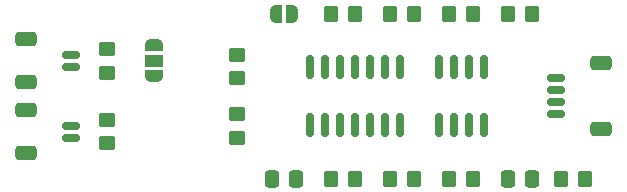
<source format=gbr>
%TF.GenerationSoftware,KiCad,Pcbnew,7.0.5*%
%TF.CreationDate,2024-03-20T19:06:25+01:00*%
%TF.ProjectId,anemometer,616e656d-6f6d-4657-9465-722e6b696361,rev?*%
%TF.SameCoordinates,Original*%
%TF.FileFunction,Soldermask,Top*%
%TF.FilePolarity,Negative*%
%FSLAX46Y46*%
G04 Gerber Fmt 4.6, Leading zero omitted, Abs format (unit mm)*
G04 Created by KiCad (PCBNEW 7.0.5) date 2024-03-20 19:06:25*
%MOMM*%
%LPD*%
G01*
G04 APERTURE LIST*
G04 Aperture macros list*
%AMRoundRect*
0 Rectangle with rounded corners*
0 $1 Rounding radius*
0 $2 $3 $4 $5 $6 $7 $8 $9 X,Y pos of 4 corners*
0 Add a 4 corners polygon primitive as box body*
4,1,4,$2,$3,$4,$5,$6,$7,$8,$9,$2,$3,0*
0 Add four circle primitives for the rounded corners*
1,1,$1+$1,$2,$3*
1,1,$1+$1,$4,$5*
1,1,$1+$1,$6,$7*
1,1,$1+$1,$8,$9*
0 Add four rect primitives between the rounded corners*
20,1,$1+$1,$2,$3,$4,$5,0*
20,1,$1+$1,$4,$5,$6,$7,0*
20,1,$1+$1,$6,$7,$8,$9,0*
20,1,$1+$1,$8,$9,$2,$3,0*%
%AMFreePoly0*
4,1,19,0.500000,-0.750000,0.000000,-0.750000,0.000000,-0.744911,-0.071157,-0.744911,-0.207708,-0.704816,-0.327430,-0.627875,-0.420627,-0.520320,-0.479746,-0.390866,-0.500000,-0.250000,-0.500000,0.250000,-0.479746,0.390866,-0.420627,0.520320,-0.327430,0.627875,-0.207708,0.704816,-0.071157,0.744911,0.000000,0.744911,0.000000,0.750000,0.500000,0.750000,0.500000,-0.750000,0.500000,-0.750000,
$1*%
%AMFreePoly1*
4,1,19,0.000000,0.744911,0.071157,0.744911,0.207708,0.704816,0.327430,0.627875,0.420627,0.520320,0.479746,0.390866,0.500000,0.250000,0.500000,-0.250000,0.479746,-0.390866,0.420627,-0.520320,0.327430,-0.627875,0.207708,-0.704816,0.071157,-0.744911,0.000000,-0.744911,0.000000,-0.750000,-0.500000,-0.750000,-0.500000,0.750000,0.000000,0.750000,0.000000,0.744911,0.000000,0.744911,
$1*%
%AMFreePoly2*
4,1,19,0.550000,-0.750000,0.000000,-0.750000,0.000000,-0.744911,-0.071157,-0.744911,-0.207708,-0.704816,-0.327430,-0.627875,-0.420627,-0.520320,-0.479746,-0.390866,-0.500000,-0.250000,-0.500000,0.250000,-0.479746,0.390866,-0.420627,0.520320,-0.327430,0.627875,-0.207708,0.704816,-0.071157,0.744911,0.000000,0.744911,0.000000,0.750000,0.550000,0.750000,0.550000,-0.750000,0.550000,-0.750000,
$1*%
%AMFreePoly3*
4,1,19,0.000000,0.744911,0.071157,0.744911,0.207708,0.704816,0.327430,0.627875,0.420627,0.520320,0.479746,0.390866,0.500000,0.250000,0.500000,-0.250000,0.479746,-0.390866,0.420627,-0.520320,0.327430,-0.627875,0.207708,-0.704816,0.071157,-0.744911,0.000000,-0.744911,0.000000,-0.750000,-0.550000,-0.750000,-0.550000,0.750000,0.000000,0.750000,0.000000,0.744911,0.000000,0.744911,
$1*%
G04 Aperture macros list end*
%ADD10RoundRect,0.250000X0.337500X0.475000X-0.337500X0.475000X-0.337500X-0.475000X0.337500X-0.475000X0*%
%ADD11RoundRect,0.250000X0.450000X-0.350000X0.450000X0.350000X-0.450000X0.350000X-0.450000X-0.350000X0*%
%ADD12RoundRect,0.150000X0.150000X-0.825000X0.150000X0.825000X-0.150000X0.825000X-0.150000X-0.825000X0*%
%ADD13RoundRect,0.250000X0.350000X0.450000X-0.350000X0.450000X-0.350000X-0.450000X0.350000X-0.450000X0*%
%ADD14RoundRect,0.150000X-0.625000X0.150000X-0.625000X-0.150000X0.625000X-0.150000X0.625000X0.150000X0*%
%ADD15RoundRect,0.250000X-0.650000X0.350000X-0.650000X-0.350000X0.650000X-0.350000X0.650000X0.350000X0*%
%ADD16RoundRect,0.250000X-0.350000X-0.450000X0.350000X-0.450000X0.350000X0.450000X-0.350000X0.450000X0*%
%ADD17FreePoly0,180.000000*%
%ADD18FreePoly1,180.000000*%
%ADD19RoundRect,0.150000X0.625000X-0.150000X0.625000X0.150000X-0.625000X0.150000X-0.625000X-0.150000X0*%
%ADD20RoundRect,0.250000X0.650000X-0.350000X0.650000X0.350000X-0.650000X0.350000X-0.650000X-0.350000X0*%
%ADD21RoundRect,0.250000X-0.337500X-0.475000X0.337500X-0.475000X0.337500X0.475000X-0.337500X0.475000X0*%
%ADD22RoundRect,0.150000X-0.150000X0.825000X-0.150000X-0.825000X0.150000X-0.825000X0.150000X0.825000X0*%
%ADD23FreePoly2,270.000000*%
%ADD24R,1.500000X1.000000*%
%ADD25FreePoly3,270.000000*%
G04 APERTURE END LIST*
D10*
%TO.C,C5*%
X93037500Y-99000000D03*
X90962500Y-99000000D03*
%TD*%
D11*
%TO.C,R16*%
X88000000Y-90500000D03*
X88000000Y-88500000D03*
%TD*%
D12*
%TO.C,U1*%
X94190000Y-94475000D03*
X95460000Y-94475000D03*
X96730000Y-94475000D03*
X98000000Y-94475000D03*
X99270000Y-94475000D03*
X100540000Y-94475000D03*
X101810000Y-94475000D03*
X101810000Y-89525000D03*
X100540000Y-89525000D03*
X99270000Y-89525000D03*
X98000000Y-89525000D03*
X96730000Y-89525000D03*
X95460000Y-89525000D03*
X94190000Y-89525000D03*
%TD*%
D13*
%TO.C,R4*%
X108000000Y-99000000D03*
X106000000Y-99000000D03*
%TD*%
D14*
%TO.C,Spkr2*%
X74000000Y-88500000D03*
X74000000Y-89500000D03*
D15*
X70125000Y-87200000D03*
X70125000Y-90800000D03*
%TD*%
D11*
%TO.C,R1*%
X77000000Y-96000000D03*
X77000000Y-94000000D03*
%TD*%
D16*
%TO.C,R5*%
X115500000Y-99000000D03*
X117500000Y-99000000D03*
%TD*%
%TO.C,R13*%
X106000000Y-85000000D03*
X108000000Y-85000000D03*
%TD*%
D17*
%TO.C,EN_4Stage2*%
X92650000Y-85000000D03*
D18*
X91350000Y-85000000D03*
%TD*%
D16*
%TO.C,R14*%
X111000000Y-85000000D03*
X113000000Y-85000000D03*
%TD*%
%TO.C,R2*%
X96000000Y-99000000D03*
X98000000Y-99000000D03*
%TD*%
D14*
%TO.C,Spkr1*%
X74000000Y-94500000D03*
X74000000Y-95500000D03*
D15*
X70125000Y-93200000D03*
X70125000Y-96800000D03*
%TD*%
D19*
%TO.C,MCU1*%
X115000000Y-93500000D03*
X115000000Y-92500000D03*
X115000000Y-91500000D03*
X115000000Y-90500000D03*
D20*
X118875000Y-94800000D03*
X118875000Y-89200000D03*
%TD*%
D13*
%TO.C,R12*%
X103000000Y-85000000D03*
X101000000Y-85000000D03*
%TD*%
%TO.C,R3*%
X103000000Y-99000000D03*
X101000000Y-99000000D03*
%TD*%
D16*
%TO.C,R11*%
X96000000Y-85000000D03*
X98000000Y-85000000D03*
%TD*%
D21*
%TO.C,C6*%
X110962500Y-99000000D03*
X113037500Y-99000000D03*
%TD*%
D22*
%TO.C,U2*%
X108905000Y-89525000D03*
X107635000Y-89525000D03*
X106365000Y-89525000D03*
X105095000Y-89525000D03*
X105095000Y-94475000D03*
X106365000Y-94475000D03*
X107635000Y-94475000D03*
X108905000Y-94475000D03*
%TD*%
D23*
%TO.C,EN_4Stage1*%
X81000000Y-87700000D03*
D24*
X81000000Y-89000000D03*
D25*
X81000000Y-90300000D03*
%TD*%
D11*
%TO.C,R8*%
X77000000Y-90000000D03*
X77000000Y-88000000D03*
%TD*%
%TO.C,R15*%
X88000000Y-95500000D03*
X88000000Y-93500000D03*
%TD*%
M02*

</source>
